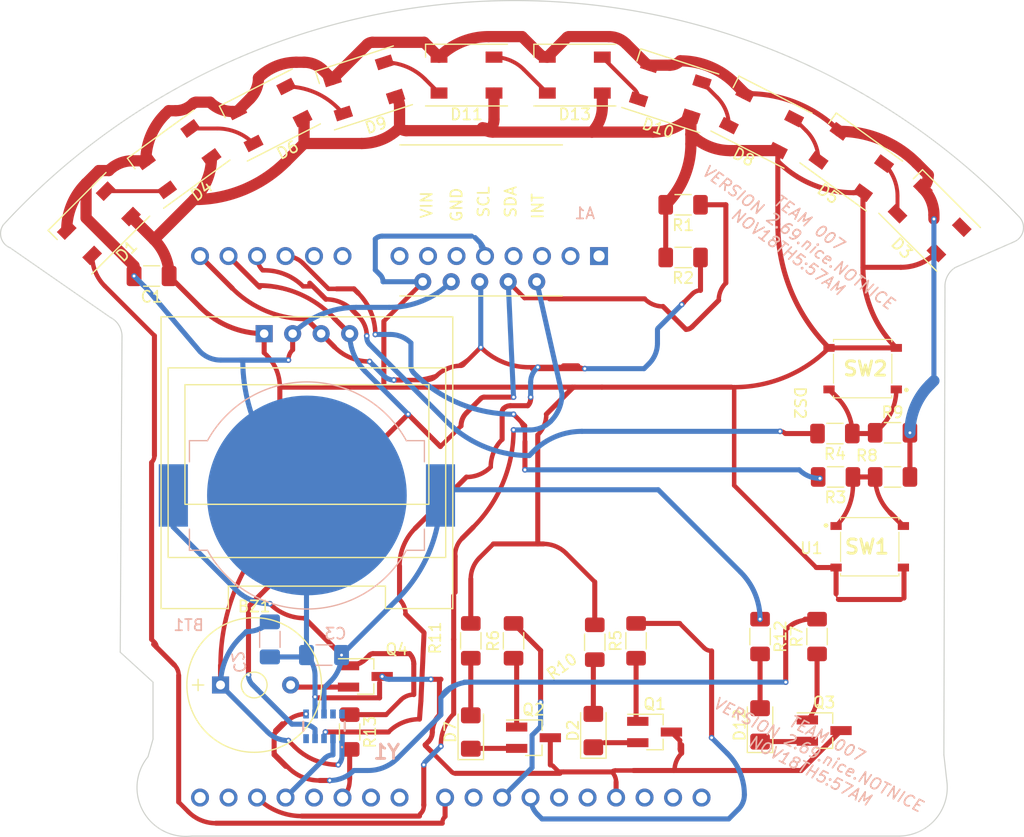
<source format=kicad_pcb>
(kicad_pcb (version 20211014) (generator pcbnew)
  (layers (0 "F.Cu" signal) (31 "B.Cu" signal) (34 "B.Paste" user) (35 "F.Paste" user) (36 "B.SilkS" user "B.Silkscreen") (37 "F.SilkS" user "F.Silkscreen") (38 "B.Mask" user) (39 "F.Mask" user) (44 "Edge.Cuts" user))
  (net 0 "")
  (net 4 "GSTR_INT")
  (net 6 "RTC_INT1")
  (net 10 "VDD")
  (net 15 "LED_CNTRL")
  (net 17 "BZR")
  (net 19 "PRG_IND")
  (net 21 "PWR_IND")
  (net 22 "ENTER")
  (net 24 "SELECT")
  (net 26 "Net-(A1-Pad13)")
  (net 27 "GND")
  (net 28 "Net-(A1-Pad14)")
  (net 32 "V_CR3023")
  (net 33 "Net-(BZ1-Pad2)")
  (net 34 "Net-(D1-Pad4)")
  (net 35 "Net-(D2-Pad1)")
  (net 36 "Net-(D2-Pad2)")
  (net 37 "Net-(D3-Pad2)")
  (net 39 "Net-(D4-Pad4)")
  (net 40 "Net-(D5-Pad2)")
  (net 41 "Net-(D6-Pad4)")
  (net 42 "Net-(D7-Pad1)")
  (net 43 "Net-(D7-Pad2)")
  (net 44 "Net-(D10-Pad4)")
  (net 45 "Net-(D11-Pad2)")
  (net 46 "Net-(D10-Pad2)")
  (net 47 "Net-(D11-Pad4)")
  (net 48 "Net-(D12-Pad1)")
  (net 49 "Net-(D12-Pad2)")
  (net 50 "Net-(Q1-Pad1)")
  (net 51 "Net-(Q2-Pad1)")
  (net 52 "Net-(Q3-Pad1)")
  (net 53 "Net-(Q4-Pad1)")
  (net 54 "Net-(R3-Pad1)")
  (net 55 "Net-(R4-Pad1)")
  (net 56 "BUP_IND")
  (footprint "LED_SMD:LED_1206_3216Metric_Pad1.42x1.75mm_HandSolder" (layer "F.Cu") (at 140.462 92.583 90)
    (fp_text reference "D12")
    (fp_text value "LED_BCK_UP_IND")
  )
  (footprint "LED_SMD:LED_SK6812_PLCC4_5.0x5.0mm_P3.2mm" (layer "F.Cu") (at 105.156 35.814 -162)
    (fp_text reference "D9")
    (fp_text value "SK6812")
  )
  (footprint "Capacitor_SMD:C_1206_3216Metric_Pad1.33x1.80mm_HandSolder" (layer "F.Cu") (at 86.233 52.578 180)
    (fp_text reference "C1")
    (fp_text value "10m")
  )
  (footprint "Resistor_SMD:R_1206_3216Metric_Pad1.30x1.75mm_HandSolder" (layer "F.Cu") (at 133.604 46.228 180)
    (fp_text reference "R1")
    (fp_text value "4.7k")
  )
  (footprint "Resistor_SMD:R_1206_3216Metric_Pad1.30x1.75mm_HandSolder" (layer "F.Cu") (at 145.542 84.709 90)
    (fp_text reference "R7")
    (fp_text value "110")
  )
  (footprint "SamacSys_Parts:PTS526SK15SMTR2LFS" (layer "F.Cu") (at 149.605999 60.833001 180)
    (fp_text reference "SW2")
    (fp_text value "SW_Push_SEL" hide)
  )
  (footprint "Resistor_SMD:R_1206_3216Metric_Pad1.30x1.75mm_HandSolder" (layer "F.Cu") (at 118.491 85.09 90)
    (fp_text reference "R6")
    (fp_text value "1k")
  )
  (footprint "Resistor_SMD:R_1206_3216Metric_Pad1.30x1.75mm_HandSolder" (layer "F.Cu") (at 114.681 85.09 -90)
    (fp_text reference "R11")
    (fp_text value "1k")
  )
  (footprint "Resistor_SMD:R_1206_3216Metric_Pad1.30x1.75mm_HandSolder" (layer "F.Cu") (at 140.462 84.709 -90)
    (fp_text reference "R12")
    (fp_text value "170")
  )
  (footprint "Resistor_SMD:R_1206_3216Metric_Pad1.30x1.75mm_HandSolder" (layer "F.Cu") (at 125.73 85.217 -90)
    (fp_text reference "R10")
    (fp_text value "1k")
  )
  (footprint "Package_TO_SOT_SMD:SOT-23_Handsoldering" (layer "F.Cu") (at 105.283 88.265)
    (fp_text reference "Q4")
    (fp_text value "Q_NPN_BCE")
  )
  (footprint "LED_SMD:LED_SK6812_PLCC4_5.0x5.0mm_P3.2mm" (layer "F.Cu") (at 123.952 34.671 180)
    (fp_text reference "D13")
    (fp_text value "SK6812")
  )
  (footprint "Resistor_SMD:R_1206_3216Metric_Pad1.30x1.75mm_HandSolder" (layer "F.Cu") (at 103.886 93.218 -90)
    (fp_text reference "R13")
    (fp_text value "1k")
  )
  (footprint "Package_TO_SOT_SMD:SOT-23_Handsoldering" (layer "F.Cu") (at 120.269 93.726)
    (fp_text reference "Q2")
    (fp_text value "Q_NPN_BCE")
  )
  (footprint "LED_SMD:LED_SK6812_PLCC4_5.0x5.0mm_P3.2mm" (layer "F.Cu") (at 88.646 42.164 -144)
    (fp_text reference "D4")
    (fp_text value "SK6812")
  )
  (footprint "LED_SMD:LED_SK6812_PLCC4_5.0x5.0mm_P3.2mm" (layer "F.Cu") (at 81.534 47.879 -135)
    (fp_text reference "D1")
    (fp_text value "SK6812")
  )
  (footprint "Resistor_SMD:R_1206_3216Metric_Pad1.30x1.75mm_HandSolder" (layer "F.Cu") (at 147.189 70.485003 180)
    (fp_text reference "R3")
    (fp_text value "220")
  )
  (footprint "LED_SMD:LED_SK6812_PLCC4_5.0x5.0mm_P3.2mm" (layer "F.Cu") (at 114.3 34.671 180)
    (fp_text reference "D11")
    (fp_text value "SK6812")
  )
  (footprint "Resistor_SMD:R_1206_3216Metric_Pad1.30x1.75mm_HandSolder" (layer "F.Cu") (at 152.269 66.548002)
    (fp_text reference "R9")
    (fp_text value "10k")
  )
  (footprint "LED_SMD:LED_SK6812_PLCC4_5.0x5.0mm_P3.2mm" (layer "F.Cu") (at 96.774 38.227 -153)
    (fp_text reference "D6")
    (fp_text value "SK6812")
  )
  (footprint "Resistor_SMD:R_1206_3216Metric_Pad1.30x1.75mm_HandSolder" (layer "F.Cu") (at 129.413 85.09 90)
    (fp_text reference "R5")
    (fp_text value "1k")
  )
  (footprint "LED_SMD:LED_SK6812_PLCC4_5.0x5.0mm_P3.2mm" (layer "F.Cu") (at 132.461 36.068 162)
    (fp_text reference "D10")
    (fp_text value "SK6812")
  )
  (footprint "LED_SMD:LED_SK6812_PLCC4_5.0x5.0mm_P3.2mm" (layer "F.Cu") (at 148.59 42.418 144)
    (fp_text reference "D5")
    (fp_text value "SK6812")
  )
  (footprint "Resistor_SMD:R_1206_3216Metric_Pad1.30x1.75mm_HandSolder" (layer "F.Cu") (at 152.269001 70.485003)
    (fp_text reference "R8")
    (fp_text value "10k")
  )
  (footprint "LED_SMD:LED_1206_3216Metric_Pad1.42x1.75mm_HandSolder" (layer "F.Cu") (at 125.603 93.091 90)
    (fp_text reference "D2")
    (fp_text value "LED_PWR")
  )
  (footprint "kicad-footprints-master:Display_OLED_128x64_0.96" (layer "F.Cu") (at 96.266 57.715)
    (fp_text reference "DS2")
    (fp_text value "OLED_LCD_IIC_MM")
  )
  (footprint "LED_SMD:LED_SK6812_PLCC4_5.0x5.0mm_P3.2mm" (layer "F.Cu") (at 155.575 47.625 135)
    (fp_text reference "D3")
    (fp_text value "SK6812")
  )
  (footprint "Resistor_SMD:R_1206_3216Metric_Pad1.30x1.75mm_HandSolder" (layer "F.Cu") (at 147.132002 66.617003 180)
    (fp_text reference "R4")
    (fp_text value "220")
  )
  (footprint "Resistor_SMD:R_1206_3216Metric_Pad1.30x1.75mm_HandSolder" (layer "F.Cu") (at 133.604 50.927 180)
    (fp_text reference "R2")
    (fp_text value "4.7k")
  )
  (footprint "LED_SMD:LED_SK6812_PLCC4_5.0x5.0mm_P3.2mm" (layer "F.Cu") (at 140.589 38.862 153)
    (fp_text reference "D8")
    (fp_text value "SK6812")
  )
  (footprint "LED_SMD:LED_1206_3216Metric_Pad1.42x1.75mm_HandSolder" (layer "F.Cu") (at 114.681 93.218 90)
    (fp_text reference "D7")
    (fp_text value "LED_PRGRM")
  )
  (footprint "Package_TO_SOT_SMD:SOT-23_Handsoldering" (layer "F.Cu") (at 146.177 93.091)
    (fp_text reference "Q3")
    (fp_text value "Q_NPN_BCE")
  )
  (footprint "usini_sensors:module_paj7620" (layer "F.Cu") (at 123.095 53.086 90)
    (fp_text reference "U1")
    (fp_text value "module_paj7620")
  )
  (footprint "SamacSys_Parts:Buzzer_12x8.5RM6.5" (layer "F.Cu") (at 92.377 89.027)
    (fp_text reference "BZ1")
    (fp_text value "Buzzer")
  )
  (footprint "Package_TO_SOT_SMD:SOT-23_Handsoldering" (layer "F.Cu") (at 131.064 93.218)
    (fp_text reference "Q1")
    (fp_text value "Q_NPN_BCE")
  )
  (footprint "SamacSys_Parts:PTS526SK15SMTR2LFS" (layer "F.Cu") (at 150.237 76.708)
    (fp_text reference "SW1")
    (fp_text value "SW_Push_SEL" hide)
  )
  (footprint "Capacitor_SMD:C_1206_3216Metric_Pad1.33x1.80mm_HandSolder" (layer "B.Cu") (at 96.774 84.963 -90)
    (fp_text reference "C2")
    (fp_text value "100n")
  )
  (footprint "Capacitor_SMD:C_1206_3216Metric_Pad1.33x1.80mm_HandSolder" (layer "B.Cu") (at 101.6 86.36)
    (fp_text reference "C3")
    (fp_text value "100n")
  )
  (footprint "Battery:BatteryHolder_MPD_BC2003_1x2032" (layer "B.Cu") (at 100.076 72.136)
    (fp_text reference "BT1")
    (fp_text value "Battery_Cell")
  )
  (footprint "SamacSys_Parts:ABRTCMC32768kHzB5ZES3T" (layer "B.Cu") (at 101.6 92.71 180)
    (fp_text reference "Y1")
    (fp_text value "AB-RTCMC-32.768kHz-B5ZE-S3-T" hide)
  )
  (footprint "Module:Arduino_UNO_R3" (layer "B.Cu") (at 126.111 50.8 180)
    (fp_text reference "A1")
    (fp_text value "Arduino_UNO_R3")
  )
  (gr_arc (start 89.789 102.488999) (mid 85.469848 100.263435) (end 85.91045 95.424626) (layer "Edge.Cuts") (width 0.1))
  (gr_line (start 156.942594 53.594) (end 156.845 95.25) (layer "Edge.Cuts") (width 0.1))
  (gr_line (start 82.55 56.261) (end 73.613104 50.05549) (layer "Edge.Cuts") (width 0.1))
  (gr_line (start 156.845 95.25) (end 157.099 97.536) (layer "Edge.Cuts") (width 0.1))
  (gr_line (start 152.908 102.489) (end 89.789 102.488999) (layer "Edge.Cuts") (width 0.1))
  (gr_line (start 86.36 88.773) (end 86.36 93.853) (layer "Edge.Cuts") (width 0.1))
  (gr_line (start 83.595406 58.039) (end 83.439 86.106) (layer "Edge.Cuts") (width 0.1))
  (gr_arc (start 157.099 97.536) (mid 156.121741 100.958703) (end 152.908 102.489) (layer "Edge.Cuts") (width 0.1))
  (gr_arc (start 73.025 48.006) (mid 118.119018 28.030243) (end 163.528644 47.277769) (layer "Edge.Cuts") (width 0.1))
  (gr_line (start 86.36 93.853) (end 85.91045 95.424626) (layer "Edge.Cuts") (width 0.1))
  (gr_arc (start 163.528644 47.277769) (mid 163.912295 48.532665) (end 163.072337 49.540843) (layer "Edge.Cuts") (width 0.1))
  (gr_arc (start 156.942594 53.594) (mid 157.161684 52.580972) (end 157.861 51.816) (layer "Edge.Cuts") (width 0.1))
  (gr_line (start 163.072337 49.540843) (end 157.861 51.816) (layer "Edge.Cuts") (width 0.1))
  (gr_line (start 83.439 86.106) (end 86.36 88.773) (layer "Edge.Cuts") (width 0.1))
  (gr_arc (start 82.55 56.261) (mid 83.335874 56.995264) (end 83.595406 58.039) (layer "Edge.Cuts") (width 0.1))
  (gr_arc (start 73.613104 50.05549) (mid 72.825552 49.172356) (end 73.025 48.006) (layer "Edge.Cuts") (width 0.1))
  (gr_text "TEAM 007\nVERSION 2.69.nice.NOTNICE\nNOV18TH5:57AM" (at 143.891 49.149 -36) (layer "B.SilkS") (effects (font (size 1 1) (thickness 0.15) italic)))
  (gr_text "TEAM 007\nVERSION 2.69.nice.NOTNICE\nNOV18TH5:57AM" (at 145.669 95.25 -27) (layer "B.SilkS") (effects (font (size 1 1) (thickness 0.15) italic)))
  (segment (start 113.284 77.597) (end 113.284 77.479025) (width 0.45) (layer "F.Cu") (net 4))
  (segment (start 113.157 91.601554) (end 113.157 84.963) (width 0.45) (layer "F.Cu") (net 4))
  (segment (start 110.236 100.457) (end 110.198803 100.494197) (width 0.4) (layer "F.Cu") (net 4))
  (segment (start 113.284 80.772) (end 113.284 77.597) (width 0.45) (layer "F.Cu") (net 4))
  (segment (start 113.919 75.946) (end 114.898929 74.966072) (width 0.45) (layer "F.Cu") (net 4))
  (segment (start 112.014 94.488) (end 112.014 94.361) (width 0.4) (layer "F.Cu") (net 4))
  (segment (start 110.109 100.711) (end 99.616866 100.711) (width 0.45) (layer "F.Cu") (net 4))
  (segment (start 110.49 99.695) (end 110.49 99.84379) (width 0.4) (layer "F.Cu") (net 4))
  (segment (start 118.491 66.294) (end 118.491 66.294046) (width 0.4) (layer "F.Cu") (net 4))
  (segment (start 113.157 84.963) (end 113.157 81.078605) (width 0.45) (layer "F.Cu") (net 4))
  (segment (start 110.49 96.139) (end 110.49 99.695) (width 0.45) (layer "F.Cu") (net 4))
  (segment (start 110.49 99.695) (end 110.49 99.791185) (width 0.45) (layer "F.Cu") (net 4))
  (via (at 112.014 94.488) (size 0.508) (drill 0.254) (layers "F.Cu" "B.Cu") (net 4))
  (via (at 110.49 96.139) (size 0.508) (drill 0.254) (layers "F.Cu" "B.Cu") (net 4))
  (via (at 118.491 66.294) (size 0.508) (drill 0.254) (layers "F.Cu" "B.Cu") (net 4))
  (arc (start 113.157 81.078605) (mid 113.190006 80.912671) (end 113.284 80.772) (width 0.1524) (layer "F.Cu") (net 4))
  (arc (start 118.491 66.294046) (mid 117.557451 70.987312) (end 114.898929 74.966072) (width 0.4) (layer "F.Cu") (net 4))
  (arc (start 110.198803 100.494197) (mid 110.132339 100.593666) (end 110.109 100.711) (width 0.4) (layer "F.Cu") (net 4))
  (arc (start 110.49 99.84379) (mid 110.423988 100.175656) (end 110.236 100.457) (width 0.4) (layer "F.Cu") (net 4))
  (arc (start 112.014 94.361) (mid 112.311056 92.867599) (end 113.157 91.601554) (width 0.4) (layer "F.Cu") (net 4))
  (arc (start 110.49 99.791185) (mid 110.390981 100.288985) (end 110.109 100.711) (width 0.1524) (layer "F.Cu") (net 4))
  (arc (start 113.284 77.479025) (mid 113.449031 76.649358) (end 113.919 75.946) (width 0.4) (layer "F.Cu") (net 4))
  (arc (start 99.616866 100.711) (mid 97.459731 100.281919) (end 95.631 99.06) (width 0.4) (layer "F.Cu") (net 4))
  (segment (start 119.95337 66.294) (end 118.491 66.294) (width 0.45) (layer "B.Cu") (net 4))
  (segment (start 112.014 94.488) (end 110.579803 95.922197) (width 0.45) (layer "B.Cu") (net 4))
  (segment (start 120.555 53.086) (end 122.809 63.07916) (width 0.45) (layer "B.Cu") (net 4))
  (arc (start 121.793 65.532) (mid 120.948971 66.095962) (end 119.95337 66.294) (width 0.45) (layer "B.Cu") (net 4))
  (arc (start 110.579803 95.922197) (mid 110.513339 96.021666) (end 110.49 96.139) (width 0.1524) (layer "B.Cu") (net 4))
  (arc (start 122.809 63.07916) (mid 122.54495 64.406627) (end 121.793 65.532) (width 0.45) (layer "B.Cu") (net 4))
  (segment (start 102.4 95.254445) (end 102.4 93.81) (width 0.45) (layer "B.Cu") (net 6))
  (segment (start 101.677134 95.553866) (end 98.171 99.06) (width 0.45) (layer "B.Cu") (net 6))
  (arc (start 102.4 95.254445) (mid 102.008788 95.332262) (end 101.677134 95.553866) (width 0.45) (layer "B.Cu") (net 6))
  (segment (start 116.75 38.614859) (end 116.75 36.271) (width 1) (layer "F.Cu") (net 10))
  (segment (start 86.450355 49.330531) (end 84.397782 47.277959) (width 1) (layer "F.Cu") (net 10))
  (segment (start 147.237 78.558) (end 145.470848 78.558) (width 0.45) (layer "F.Cu") (net 10))
  (segment (start 98.967554 94.522554) (end 98.425 93.98) (width 0.4) (layer "F.Cu") (net 10))
  (segment (start 116.69121 76.454) (end 115.46479 77.68042) (width 0.4) (layer "F.Cu") (net 10))
  (segment (start 138.15384 62.484) (end 137.922 62.484) (width 0.4) (layer "F.Cu") (net 10))
  (segment (start 97.663 74.512898) (end 97.663 62.484) (width 0.45) (layer "F.Cu") (net 10))
  (segment (start 123.735198 62.573803) (end 121.412 64.897) (width 0.45) (layer "F.Cu") (net 10))
  (segment (start 98.22513 42.36387) (end 99.822 40.767) (width 1) (layer "F.Cu") (net 10))
  (segment (start 121.158 76.454) (end 120.65 76.454) (width 0.45) (layer "F.Cu") (net 10))
  (segment (start 152.982395 81.407) (end 147.447 81.407) (width 0.45) (layer "F.Cu") (net 10))
  (segment (start 114.681 79.572656) (end 114.681 83.54) (width 0.45) (layer "F.Cu") (net 10))
  (segment (start 142.045581 41.399887) (end 137.803422 41.399887) (width 1) (layer "F.Cu") (net 10))
  (segment (start 134.296661 39.947339) (end 134.296661 40.813738) (width 1) (layer "F.Cu") (net 10))
  (segment (start 92.377 87.27443) (end 92.377 89.027) (width 0.45) (layer "F.Cu") (net 10))
  (segment (start 125.73 79.83942) (end 123.183619 77.293039) (width 0.4) (layer "F.Cu") (net 10))
  (segment (start 97.663 62.484) (end 106.934 62.484) (width 0.45) (layer "F.Cu") (net 10))
  (segment (start 138.15384 71.240992) (end 138.15384 62.484) (width 0.4) (layer "F.Cu") (net 10))
  (segment (start 153.289 78.683539) (end 153.289 81.28) (width 0.45) (layer "F.Cu") (net 10))
  (segment (start 147.237 80.900016) (end 147.237 78.558) (width 0.45) (layer "F.Cu") (net 10))
  (segment (start 99.822 40.767) (end 104.958344 40.767) (width 1) (layer "F.Cu") (net 10))
  (segment (start 145.470848 78.558) (end 138.15384 71.240992) (width 0.4) (layer "F.Cu") (net 10))
  (segment (start 96.266 59.417949) (end 96.266 57.715) (width 0.45) (layer "F.Cu") (net 10))
  (segment (start 120.65 66.73663) (end 120.65 76.454) (width 0.45) (layer "F.Cu") (net 10))
  (segment (start 125.73 79.83942) (end 125.73 83.667) (width 0.45) (layer "F.Cu") (net 10))
  (segment (start 149.631635 45.152501) (end 148.791091 45.152501) (width 0.45) (layer "F.Cu") (net 10))
  (segment (start 142.045581 42.358419) (end 142.045581 47.973179) (width 0.45) (layer "F.Cu") (net 10))
  (segment (start 125.476 39.751) (end 116.638605 39.751) (width 1) (layer "F.Cu") (net 10))
  (segment (start 126.365 62.484) (end 137.922 62.484) (width 0.45) (layer "F.Cu") (net 10))
  (segment (start 153.005044 51.802252) (end 149.631635 51.802252) (width 0.45) (layer "F.Cu") (net 10))
  (segment (start 134.296661 38.346782) (end 134.296661 39.947339) (width 1) (layer "F.Cu") (net 10))
  (segment (start 123.952 62.484) (end 126.365 62.484) (width 0.45) (layer "F.Cu") (net 10))
  (segment (start 106.934 56.607446) (end 106.934 62.484) (width 0.45) (layer "F.Cu") (net 10))
  (segment (start 132.054 46.228) (end 132.054 50.927) (width 0.45) (layer "F.Cu") (net 10))
  (segment (start 123.74158 62.484) (end 123.952 62.484) (width 0.45) (layer "F.Cu") (net 10))
  (segment (start 99.822 40.767) (end 99.822 38.875062) (width 1) (layer "F.Cu") (net 10))
  (segment (start 87.7955 52.578) (end 90.575359 55.357859) (width 0.45) (layer "F.Cu") (net 10))
  (segment (start 116.332 39.624) (end 108.94421 39.624) (width 1) (layer "F.Cu") (net 10))
  (segment (start 110.352258 53.189188) (end 106.934 56.607446) (width 0.4) (layer "F.Cu") (net 10))
  (segment (start 142.045581 41.399887) (end 142.045581 42.358419) (width 0.45) (layer "F.Cu") (net 10))
  (segment (start 126.402 36.271) (end 126.402 37.515439) (width 1) (layer "F.Cu") (net 10))
  (segment (start 96.482803 59.634751) (end 96.266 59.417949) (width 0.4) (layer "F.Cu") (net 10))
  (segment (start 108.331 39.37) (end 108.331 37.424742) (width 1) (layer "F.Cu") (net 10))
  (segment (start 86.450355 49.330531) (end 90.017166 45.76372) (width 1) (layer "F.Cu") (net 10))
  (segment (start 146.605999 58.983001) (end 152.605999 58.983001) (width 0.45) (layer "F.Cu") (net 10))
  (segment (start 149.631635 45.152501) (end 149.631635 51.802252) (width 0.45) (layer "F.Cu") (net 10))
  (segment (start 125.476 39.751) (end 130.906579 39.751) (width 1) (layer "F.Cu") (net 10))
  (segment (start 106.934 62.484) (end 123.74158 62.484) (width 0.45) (layer "F.Cu") (net 10))
  (segment (start 120.65 76.454) (end 116.69121 76.454) (width 0.45) (layer "F.Cu") (net 10))
  (via (at 98.425 93.98) (size 0.508) (drill 0.254) (layers "F.Cu" "B.Cu") (net 10))
  (via (at 102.87 96.139) (size 0.508) (drill 0.254) (layers "F.Cu" "B.Cu") (net 10))
  (arc (start 115.71879 39.37) (mid 116.050656 39.436012) (end 116.332 39.624) (width 1) (layer "F.Cu") (net 10))
  (arc (start 147.447 81.407) (mid 147.291578 81.174395) (end 147.237 80.900016) (width 0.1524) (layer "F.Cu") (net 10))
  (arc (start 97.663 62.484) (mid 97.356277 60.941998) (end 96.482803 59.634751) (width 0.4) (layer "F.Cu") (net 10))
  (arc (start 87.7955 52.578) (mid 87.445908 50.820483) (end 86.450355 49.330531) (width 1) (layer "F.Cu") (net 10))
  (arc (start 148.791091 45.152501) (mid 145.140448 44.426343) (end 142.045581 42.358419) (width 0.45) (layer "F.Cu") (net 10))
  (arc (start 90.575359 55.357859) (mid 93.186246 57.102399) (end 96.266 57.715) (width 0.45) (layer "F.Cu") (net 10))
  (arc (start 156.176041 50.488782) (mid 154.721176 51.460892) (end 153.005044 51.802252) (width 0.45) (layer "F.Cu") (net 10))
  (arc (start 153.289 81.28) (mid 153.148329 81.373993) (end 152.982395 81.407) (width 0.1524) (layer "F.Cu") (net 10))
  (arc (start 142.045581 47.973179) (mid 143.230794 53.931651) (end 146.605999 58.983001) (width 0.45) (layer "F.Cu") (net 10))
  (arc (start 108.331 37.424742) (mid 108.239913 36.966813) (end 107.980516 36.578599) (width 1) (layer "F.Cu") (net 10))
  (arc (start 116.638605 39.751) (mid 116.140805 39.651981) (end 115.71879 39.37) (width 1) (layer "F.Cu") (net 10))
  (arc (start 115.46479 77.68042) (mid 114.8847 78.548584) (end 114.681 79.572656) (width 0.4) (layer "F.Cu") (net 10))
  (arc (start 134.296661 40.813738) (mid 133.713813 43.743915) (end 132.054 46.228) (width 1) (layer "F.Cu") (net 10))
  (arc (start 126.733633 37.071632) (mid 126.647445 36.638334) (end 126.402 36.271) (width 0.1524) (layer "F.Cu") (net 10))
  (arc (start 92.377 87.27443) (mid 93.750786 80.367939) (end 97.663 74.512898) (width 0.4) (layer "F.Cu") (net 10))
  (arc (start 130.906579 39.751) (mid 132.741278 39.386056) (end 134.296661 38.346782) (width 1) (layer "F.Cu") (net 10))
  (arc (start 90.017166 45.76372) (mid 91.165357 44.045331) (end 91.568548 42.018353) (width 1) (layer "F.Cu") (net 10))
  (arc (start 99.822 38.875062) (mid 99.785967 38.693909) (end 99.683351 38.540334) (width 1) (layer "F.Cu") (net 10))
  (arc (start 126.402 37.515439) (mid 126.161341 38.725315) (end 125.476 39.751) (width 1) (layer "F.Cu") (net 10))
  (arc (start 146.605999 58.983001) (mid 142.728116 61.57412) (end 138.15384 62.484) (width 0.4) (layer "F.Cu") (net 10))
  (arc (start 90.017166 45.76372) (mid 94.459284 44.880128) (end 98.22513 42.36387) (width 1) (layer "F.Cu") (net 10))
  (arc (start 123.183619 77.293039) (mid 122.254257 76.672059) (end 121.158 76.454) (width 0.4) (layer "F.Cu") (net 10))
  (arc (start 104.958344 40.767) (mid 106.783612 40.403932) (end 108.331 39.37) (width 1) (layer "F.Cu") (net 10))
  (arc (start 116.332 39.624) (mid 116.641365 39.161003) (end 116.75 38.614859) (width 1) (layer "F.Cu") (net 10))
  (arc (start 108.94421 39.624) (mid 108.612344 39.557988) (end 108.331 39.37) (width 1) (layer "F.Cu") (net 10))
  (arc (start 121.412 64.897) (mid 121.213963 65.8926) (end 120.65 66.73663) (width 0.4) (layer "F.Cu") (net 10))
  (arc (start 149.631635 51.802252) (mid 150.404646 55.688445) (end 152.605999 58.983001) (width 0.45) (layer "F.Cu") (net 10))
  (arc (start 102.87 96.139) (mid 100.758011 95.718899) (end 98.967554 94.522554) (width 0.4) (layer "F.Cu") (net 10))
  (arc (start 137.803422 41.399887) (mid 135.905577 41.022382) (end 134.296661 39.947339) (width 1) (layer "F.Cu") (net 10))
  (arc (start 110.395 53.086) (mid 110.383892 53.141845) (end 110.352258 53.189188) (width 0.4) (layer "F.Cu") (net 10))
  (segment (start 106.859605 53.086) (end 110.395 53.086) (width 0.45) (layer "B.Cu") (net 10))
  (segment (start 115.412185 49.499184) (end 115.062 49.149) (width 0.45) (layer "B.Cu") (net 10))
  (segment (start 94.671698 84.271302) (end 94.11719 84.82581) (width 0.45) (layer "B.Cu") (net 10))
  (segment (start 115.412185 49.499184) (end 115.412185 49.499186) (width 0.45) (layer "B.Cu") (net 10))
  (segment (start 106.172 52.039185) (end 106.605605 52.47279) (width 0.45) (layer "B.Cu") (net 10))
  (segment (start 106.172 49.276) (end 106.172 52.039185) (width 0.45) (layer "B.Cu") (net 10))
  (segment (start 96.555718 93.205718) (end 92.377 89.027) (width 0.45) (layer "B.Cu") (net 10))
  (segment (start 103.2 93.81) (end 103.2 95.34231) (width 0.45) (layer "B.Cu") (net 10))
  (segment (start 114.755395 49.022) (end 106.78521 49.022) (width 0.45) (layer "B.Cu") (net 10))
  (segment (start 94.671699 84.271302) (end 94.671698 84.271302) (width 0.45) (layer "B.Cu") (net 10))
  (arc (start 92.377 89.027) (mid 92.82926 86.753333) (end 94.11719 84.82581) (width 0.45) (layer "B.Cu") (net 10))
  (arc (start 102.87 96.139) (mid 103.114236 95.773476) (end 103.2 95.34231) (width 0.45) (layer "B.Cu") (net 10))
  (arc (start 115.412185 49.499186) (mid 115.552218 50.203181) (end 115.951 50.8) (width 0.1524) (layer "B.Cu") (net 10))
  (arc (start 115.062 49.149) (mid 114.921329 49.055006) (end 114.755395 49.022) (width 0.1524) (layer "B.Cu") (net 10))
  (arc (start 98.425 93.98) (mid 97.413352 93.778771) (end 96.555718 93.205718) (width 0.45) (layer "B.Cu") (net 10))
  (arc (start 106.605605 52.47279) (mid 106.793592 52.754132) (end 106.859605 53.086) (width 0.45) (layer "B.Cu") (net 10))
  (arc (start 106.78521 49.022) (mid 106.453344 49.088012) (end 106.172 49.276) (width 0.45) (layer "B.Cu") (net 10))
  (arc (start 115.951 50.8) (mid 115.810966 50.096004) (end 115.412185 49.499184) (width 0.45) (layer "B.Cu") (net 10))
  (arc (start 96.774 83.4005) (mid 95.809456 84.044988) (end 94.671699 84.271302) (width 0.45) (layer "B.Cu") (net 10))
  (segment (start 89.51321 100.33) (end 88.646 99.46279) (width 0.4) (layer "F.Cu") (net 15))
  (segment (start 86.497895 85.227895) (end 86.233 84.963) (width 0.4) (layer "F.Cu") (net 15))
  (segment (start 88.646 99.46279) (end 88.646 88.168815) (width 0.45) (layer "F.Cu") (net 15))
  (segment (start 88.265 87.249) (end 86.6775 85.6615) (width 0.45) (layer "F.Cu") (net 15))
  (segment (start 86.6775 85.6615) (end 86.412606 85.396606) (width 0.45) (layer "F.Cu") (net 15))
  (segment (start 86.487 68.58) (end 86.487 57.899235) (width 0.45) (layer "F.Cu") (net 15))
  (segment (start 112.141 101.346) (end 91.966051 101.346) (width 0.45) (layer "F.Cu") (net 15))
  (segment (start 82.066035 53.478271) (end 86.487 57.899235) (width 0.4) (layer "F.Cu") (net 15))
  (segment (start 86.233 84.963) (end 86.233 69.19321) (width 0.45) (layer "F.Cu") (net 15))
  (segment (start 112.391 99.06) (end 112.391 100.742447) (width 0.45) (layer "F.Cu") (net 15))
  (arc (start 86.6775 85.6615) (mid 86.630822 85.426835) (end 86.497895 85.227895) (width 0.4) (layer "F.Cu") (net 15))
  (arc (start 80.932959 50.742782) (mid 81.227436 52.223218) (end 82.066035 53.478271) (width 0.4) (layer "F.Cu") (net 15))
  (arc (start 112.141 101.346) (mid 112.205973 101.01936) (end 112.391 100.742447) (width 0.4) (layer "F.Cu") (net 15))
  (arc (start 88.646 88.168815) (mid 88.546982 87.671015) (end 88.265 87.249) (width 0.4) (layer "F.Cu") (net 15))
  (arc (start 86.487 68.58) (mid 86.420988 68.911866) (end 86.233 69.19321) (width 0.4) (layer "F.Cu") (net 15))
  (arc (start 86.412606 85.396606) (mid 86.279679 85.197667) (end 86.233 84.963) (width 0.1524) (layer "F.Cu") (net 15))
  (arc (start 91.966051 101.346) (mid 90.638583 101.08195) (end 89.51321 100.33) (width 0.4) (layer "F.Cu") (net 15))
  (segment (start 103.886 94.768) (end 103.886 97.409) (width 0.45) (layer "F.Cu") (net 17))
  (segment (start 103.886 97.409) (end 103.886 97.526975) (width 0.4) (layer "F.Cu") (net 17))
  (arc (start 103.886 97.526975) (mid 103.720969 98.356642) (end 103.251 99.06) (width 0.4) (layer "F.Cu") (net 17))
  (segment (start 118.491 83.54) (end 120.904 85.953) (width 0.45) (layer "F.Cu") (net 19))
  (segment (start 120.904 85.953) (end 120.904 90.551) (width 0.45) (layer "F.Cu") (net 19))
  (via (at 120.904 90.551) (size 0.508) (drill 0.254) (layers "F.Cu" "B.Cu") (net 19))
  (segment (start 120.142 93.502815) (end 120.761795 92.883021) (width 0.45) (layer "B.Cu") (net 19))
  (segment (start 120.142 93.502815) (end 120.142 96.393) (width 0.45) (layer "B.Cu") (net 19))
  (segment (start 120.904 90.551) (end 120.904 91.663185) (width 0.45) (layer "B.Cu") (net 19))
  (segment (start 120.904 91.663185) (end 120.904 92.539708) (width 0.45) (layer "B.Cu") (net 19))
  (segment (start 120.142 96.393) (end 117.477829 99.057171) (width 0.45) (layer "B.Cu") (net 19))
  (arc (start 117.477829 99.057171) (mid 117.474697 99.059264) (end 117.471 99.06) (width 0.1524) (layer "B.Cu") (net 19))
  (arc (start 120.904 92.539708) (mid 120.867042 92.725508) (end 120.761795 92.883021) (width 0.45) (layer "B.Cu") (net 19))
  (segment (start 135.46802 85.708025) (end 133.299995 83.54) (width 0.4) (layer "F.Cu") (net 21))
  (segment (start 136.144 85.988025) (end 136.144 93.726) (width 0.45) (layer "F.Cu") (net 21))
  (segment (start 129.413 83.54) (end 133.299995 83.54) (width 0.45) (layer "F.Cu") (net 21))
  (via (at 136.144 93.726) (size 0.508) (drill 0.254) (layers "F.Cu" "B.Cu") (net 21))
  (arc (start 136.144 85.988025) (mid 135.778162 85.915255) (end 135.46802 85.708025) (width 0.4) (layer "F.Cu") (net 21))
  (segment (start 137.538356 95.120357) (end 136.144 93.726) (width 0.45) (layer "B.Cu") (net 21))
  (segment (start 121.031 100.965) (end 120.63679 100.57079) (width 0.45) (layer "B.Cu") (net 21))
  (segment (start 137.668 100.965) (end 138.526184 100.106816) (width 0.45) (layer "B.Cu") (net 21))
  (segment (start 137.668 100.965) (end 121.031 100.965) (width 0.45) (layer "B.Cu") (net 21))
  (segment (start 136.144 93.726001) (end 136.144 93.726) (width 0.45) (layer "B.Cu") (net 21))
  (arc (start 139.065 98.806) (mid 138.668238 96.811344) (end 137.538356 95.120357) (width 0.45) (layer "B.Cu") (net 21))
  (arc (start 138.526184 100.106816) (mid 138.924966 99.509997) (end 139.065 98.806) (width 0.45) (layer "B.Cu") (net 21))
  (arc (start 120.63679 100.57079) (mid 120.173638 99.877634) (end 120.011 99.06) (width 0.45) (layer "B.Cu") (net 21))
  (segment (start 104.267 53.721) (end 104.645356 54.099356) (width 0.45) (layer "F.Cu") (net 22))
  (segment (start 102.730235 53.721) (end 102.002951 53.721) (width 0.4) (layer "F.Cu") (net 22))
  (segment (start 119.507 65.912999) (end 118.55804 64.964039) (width 0.4) (layer "F.Cu") (net 22))
  (segment (start 102.730235 53.721) (end 104.267 53.721) (width 0.45) (layer "F.Cu") (net 22))
  (segment (start 119.507 67.34984) (end 119.507 69.85) (width 0.45) (layer "F.Cu") (net 22))
  (segment (start 102.002951 53.721) (end 99.726091 51.44414) (width 0.4) (layer "F.Cu") (net 22))
  (segment (start 119.507 67.34984) (end 119.507 65.912999) (width 0.4) (layer "F.Cu") (net 22))
  (via (at 119.507 69.85) (size 0.508) (drill 0.254) (layers "F.Cu" "B.Cu") (net 22))
  (via (at 118.491 64.897) (size 0.508) (drill 0.254) (layers "F.Cu" "B.Cu") (net 22))
  (via (at 145.796 70.612) (size 0.508) (drill 0.254) (layers "F.Cu" "B.Cu") (net 22))
  (via (at 106.172 57.785) (size 0.508) (drill 0.254) (layers "F.Cu" "B.Cu") (net 22))
  (arc (start 99.726091 51.44414) (mid 99.01261 50.967407) (end 98.171 50.8) (width 0.4) (layer "F.Cu") (net 22))
  (arc (start 118.491 64.897) (mid 119.24295 66.022372) (end 119.507 67.34984) (width 0.1524) (layer "F.Cu") (net 22))
  (arc (start 106.172 57.785) (mid 105.775239 55.790344) (end 104.645356 54.099356) (width 0.4) (layer "F.Cu") (net 22))
  (segment (start 109.347 60.599242) (end 109.347 58.547) (width 0.45) (layer "B.Cu") (net 22))
  (segment (start 107.50737 57.785) (end 106.172 57.785) (width 0.45) (layer "B.Cu") (net 22))
  (segment (start 118.491 64.897) (end 118.490999 64.897) (width 0.45) (layer "B.Cu") (net 22))
  (segment (start 119.507 69.85) (end 143.95637 69.85) (width 0.45) (layer "B.Cu") (net 22))
  (arc (start 145.796 70.612) (mid 144.8004 70.413963) (end 143.95637 69.85) (width 0.45) (layer "B.Cu") (net 22))
  (arc (start 109.347 58.547) (mid 108.502971 57.983037) (end 107.50737 57.785) (width 0.45) (layer "B.Cu") (net 22))
  (arc (start 109.602095 61.215095) (mid 109.413297 60.93254) (end 109.347 60.599242) (width 0.45) (layer "B.Cu") (net 22))
  (arc (start 118.490999 64.897) (mid 113.680359 63.940104) (end 109.602095 61.215095) (width 0.45) (layer "B.Cu") (net 22))
  (segment (start 100.614813 53.497814) (end 99.736337 53.497814) (width 0.4) (layer "F.Cu") (net 24))
  (segment (start 96.28929 52.07) (end 96.139 52.07) (width 0.4) (layer "F.Cu") (net 24))
  (segment (start 104.69158 56.177579) (end 104.648 56.134) (width 0.4) (layer "F.Cu") (net 24))
  (segment (start 104.648 56.134) (end 104.155408 55.641408) (width 0.45) (layer "F.Cu") (net 24))
  (segment (start 95.631 50.84358) (end 95.631 50.8) (width 0.4) (layer "F.Cu") (net 24))
  (segment (start 101.770581 54.65358) (end 101.770579 54.65358) (width 0.4) (layer "F.Cu") (net 24))
  (segment (start 101.426777 54.309777) (end 100.33 53.213) (width 0.45) (layer "F.Cu") (net 24))
  (segment (start 145.582002 66.617003) (end 142.713193 66.617003) (width 0.45) (layer "F.Cu") (net 24))
  (segment (start 101.770579 54.65358) (end 101.426777 54.309777) (width 0.45) (layer "F.Cu") (net 24))
  (via (at 105.41 57.912) (size 0.508) (drill 0.254) (layers "F.Cu" "B.Cu") (net 24))
  (via (at 142.24 66.421) (size 0.508) (drill 0.254) (layers "F.Cu" "B.Cu") (net 24))
  (arc (start 96.139 52.07) (mid 95.763026 51.507315) (end 95.631 50.84358) (width 0.4) (layer "F.Cu") (net 24))
  (arc (start 142.24 66.421) (mid 142.49609 66.471939) (end 142.713193 66.617003) (width 0.4) (layer "F.Cu") (net 24))
  (arc (start 104.155408 55.641408) (mid 103.06124 54.910308) (end 101.770581 54.65358) (width 0.4) (layer "F.Cu") (net 24))
  (arc (start 99.736337 53.497814) (mid 98.154819 52.441077) (end 96.28929 52.07) (width 0.4) (layer "F.Cu") (net 24))
  (arc (start 105.41 57.912) (mid 105.223289 56.973338) (end 104.69158 56.177579) (width 0.4) (layer "F.Cu") (net 24))
  (segment (start 120.507593 67.960408) (end 119.888 68.58) (width 0.45) (layer "B.Cu") (net 24))
  (segment (start 105.664 58.674) (end 112.516713 65.526713) (width 0.45) (layer "B.Cu") (net 24))
  (segment (start 142.24 66.421) (end 124.587 66.421) (width 0.45) (layer "B.Cu") (net 24))
  (segment (start 120.25088 68.21712) (end 119.888 68.58) (width 0.45) (layer "B.Cu") (net 24))
  (segment (start 105.41 57.912) (end 105.41 58.06079) (width 0.45) (layer "B.Cu") (net 24))
  (arc (start 124.587 66.421) (mid 122.240355 66.887796) (end 120.25088 68.21712) (width 0.45) (layer "B.Cu") (net 24))
  (arc (start 112.516713 65.526713) (mid 115.898688 67.786477) (end 119.888 68.58) (width 0.45) (layer "B.Cu") (net 24))
  (arc (start 105.41 58.06079) (mid 105.476012 58.392656) (end 105.664 58.674) (width 0.45) (layer "B.Cu") (net 24))
  (segment (start 115.57 63.5) (end 114.296264 64.773736) (width 0.45) (layer "F.Cu") (net 26))
  (segment (start 101.308803 72.681198) (end 109.093 64.897) (width 0.45) (layer "F.Cu") (net 26))
  (segment (start 94.869 88.138) (end 94.869 82.221605) (width 0.45) (layer "F.Cu") (net 26))
  (segment (start 134.411103 57.104897) (end 136.779 54.737) (width 0.45) (layer "F.Cu") (net 26))
  (segment (start 93.091 50.8) (end 95.6945 53.4035) (width 0.45) (layer "F.Cu") (net 26))
  (segment (start 98.9965 77.9145) (end 99.243343 77.667657) (width 0.45) (layer "F.Cu") (net 26))
  (segment (start 111.974159 67.778159) (end 109.093 64.897) (width 0.45) (layer "F.Cu") (net 26))
  (segment (start 118.491 63.373) (end 115.876605 63.373) (width 0.45) (layer "F.Cu") (net 26))
  (segment (start 137.414 46.228) (end 137.414 53.203975) (width 0.45) (layer "F.Cu") (net 26))
  (segment (start 118.015 53.086) (end 119.47008 54.54108) (width 0.4) (layer "F.Cu") (net 26))
  (segment (start 113.813791 65.938528) (end 111.974159 67.778159) (width 0.4) (layer "F.Cu") (net 26))
  (segment (start 102.481498 56.310497) (end 103.886 57.715) (width 0.45) (layer "F.Cu") (net 26))
  (segment (start 130.175 54.61) (end 121.694261 54.61) (width 0.45) (layer "F.Cu") (net 26))
  (segment (start 135.154 46.228) (end 137.414 46.228) (width 0.45) (layer "F.Cu") (net 26))
  (segment (start 94.996 81.915) (end 98.9965 77.9145) (width 0.45) (layer "F.Cu") (net 26))
  (segment (start 119.47008 54.54108) (end 122.301 54.54108) (width 0.4) (layer "F.Cu") (net 26))
  (segment (start 95.6945 53.4035) (end 95.857923 53.566923) (width 0.45) (layer "F.Cu") (net 26))
  (segment (start 99.243345 77.667655) (end 98.9965 77.9145) (width 0.4) (layer "F.Cu") (net 26))
  (segment (start 102.481498 56.310497) (end 102.318076 56.147075) (width 0.4) (layer "F.Cu") (net 26))
  (segment (start 133.858 57.334) (end 131.812116 55.288116) (width 0.45) (layer "F.Cu") (net 26))
  (via (at 118.491 63.373) (size 0.508) (drill 0.254) (layers "F.Cu" "B.Cu") (net 26))
  (via (at 94.869 88.138) (size 0.508) (drill 0.254) (layers "F.Cu" "B.Cu") (net 26))
  (via (at 109.093 64.897) (size 0.508) (drill 0.254) (layers "F.Cu" "B.Cu") (net 26))
  (arc (start 136.779 54.737) (mid 136.944031 53.907333) (end 137.414 53.203975) (width 0.4) (layer "F.Cu") (net 26))
  (arc (start 114.296264 64.773736) (mid 113.939182 65.308146) (end 113.813791 65.938528) (width 0.45) (layer "F.Cu") (net 26))
  (arc (start 115.876605 63.373) (mid 115.710672 63.406006) (end 115.57 63.5) (width 0.45) (layer "F.Cu") (net 26))
  (arc (start 94.869 82.221605) (mid 94.902006 82.055672) (end 94.996 81.915) (width 0.1524) (layer "F.Cu") (net 26))
  (arc (start 134.411103 57.104897) (mid 134.157338 57.274458) (end 133.858 57.334) (width 0.45) (layer "F.Cu") (net 26))
  (arc (start 102.318076 56.147075) (mid 99.279154 54.116532) (end 95.6945 53.4035) (width 0.4) (layer "F.Cu") (net 26))
  (arc (start 131.812116 55.288116) (mid 130.926116 55.11188) (end 130.175 54.61) (width 0.4) (layer "F.Cu") (net 26))
  (arc (start 101.219 72.898) (mid 101.242339 72.780667) (end 101.308803 72.681198) (width 0.1524) (layer "F.Cu") (net 26))
  (arc (start 99.243343 77.667657) (mid 100.705543 75.479321) (end 101.219 72.898) (width 0.1524) (layer "F.Cu") (net 26))
  (arc (start 95.857923 53.566923) (mid 99.442576 54.279955) (end 102.481498 56.310497) (width 0.1524) (layer "F.Cu") (net 26))
  (arc (start 101.308803 72.681198) (mid 100.772008 75.379849) (end 99.243345 77.667655) (width 0.4) (layer "F.Cu") (net 26))
  (segment (start 95.6945 89.4715) (end 95.228211 89.005211) (width 0.45) (layer "B.Cu") (net 26))
  (segment (start 118.491 63.373) (end 118.015 53.086) (width 0.45) (layer "B.Cu") (net 26))
  (segment (start 100.8 93.81) (end 100.8 93.10447) (width 0.45) (layer "B.Cu") (net 26))
  (segment (start 98.7425 92.5195) (end 95.6945 89.4715) (width 0.45) (layer "B.Cu") (net 26))
  (segment (start 95.22821 89.00521) (end 95.6945 89.4715) (width 0.45) (layer "B.Cu") (net 26))
  (segment (start 109.093 64.897) (end 105.282536 61.086536) (width 0.45) (layer "B.Cu") (net 26))
  (segment (start 99.736539 92.5195) (end 98.7425 92.5195) (width 0.45) (layer "B.Cu") (net 26))
  (segment (start 100.8 93.81) (end 100.8 92.96) (width 0.45) (layer "B.Cu") (net 26))
  (arc (start 94.869 88.138) (mid 94.962356 88.607331) (end 95.22821 89.00521) (width 0.45) (layer "B.Cu") (net 26))
  (arc (start 100.8 92.96) (mid 100.312081 92.633982) (end 99.736539 92.5195) (width 0.45) (layer "B.Cu") (net 26))
  (arc (start 95.228211 89.005211) (mid 94.962356 88.607332) (end 94.869 88.138) (width 0.1524) (layer "B.Cu") (net 26))
  (arc (start 105.282536 61.086536) (mid 104.248948 59.539663) (end 103.886 57.715) (width 0.45) (layer "B.Cu") (net 26))
  (segment (start 154.414577 42.527577) (end 155.448 43.561) (width 1) (layer "F.Cu") (net 27))
  (segment (start 123.251097 31.321903) (end 121.502 33.071) (width 1) (layer "F.Cu") (net 27))
  (segment (start 91.44 37.084) (end 90.222605 37.084) (width 1) (layer "F.Cu") (net 27))
  (segment (start 98.806 57.715) (end 98.806 59.151185) (width 0.45) (layer "F.Cu") (net 27))
  (segment (start 111.887 91.694) (end 111.887 88.825605) (width 0.45) (layer "F.Cu") (net 27))
  (segment (start 110.647816 94.435395) (end 111.252 95.03958) (width 0.45) (layer "F.Cu") (net 27))
  (segment (start 127.631 97.684158) (end 127.631 99.06) (width 0.45) (layer "F.Cu") (net 27))
  (segment (start 110.529 31.75) (end 111.85 33.071) (width 1) (layer "F.Cu") (net 27))
  (segment (start 93.864649 37.913666) (end 93.44299 37.913666) (width 1) (layer "F.Cu") (net 27))
  (segment (start 133.477 95.113975) (end 133.477 94.361) (width 0.45) (layer "F.Cu") (net 27))
  (segment (start 80.392914 47.400414) (end 80.392914 44.321086) (width 1) (layer "F.Cu") (net 27))
  (segment (start 121.769 96.155454) (end 121.769 93.726) (width 0.45) (layer "F.Cu") (net 27))
  (segment (start 132.412759 33.789218) (end 130.625339 33.789218) (width 1) (layer "F.Cu") (net 27))
  (segment (start 94.983495 36.79482) (end 93.864649 37.913666) (width 1) (layer "F.Cu") (net 27))
  (segment (start 155.448 43.561) (end 155.448 43.616782) (width 1) (layer "F.Cu") (net 27))
  (segment (start 139.132419 36.324113) (end 139.43809 36.324113) (width 0.45) (layer "F.Cu") (net 27))
  (segment (start 106.553 88.820269) (end 106.553 90.17) (width 0.45) (layer "F.Cu") (net 27))
  (segment (start 126.990975 31.242) (end 123.444 31.242) (width 1) (layer "F.Cu") (net 27))
  (segment (start 84.6705 52.578) (end 84.6705 51.678) (width 1) (layer "F.Cu") (net 27))
  (segment (start 133.314365 93.968366) (end 132.564 93.218) (width 0.45) (layer "F.Cu") (net 27))
  (segment (start 144.121 96.647) (end 132.715 96.647) (width 0.45) (layer "F.Cu") (net 27))
  (segment (start 133.314365 93.968366) (end 133.314365 94.72134) (width 0.4) (layer "F.Cu") (net 27))
  (segment (start 112.98642 96.774) (end 111.252 95.03958) (width 0.4) (layer "F.Cu") (net 27))
  (segment (start 122.629395 96.901) (end 113.293025 96.901) (width 0.45) (layer "F.Cu") (net 27))
  (segment (start 129.189815 96.647) (end 132.715 96.647) (width 0.45) (layer "F.Cu") (net 27))
  (segment (start 119.253 31.242) (end 116.265596 31.242) (width 1) (layer "F.Cu") (net 27))
  (segment (start 122.936 96.774) (end 127.254 96.774) (width 0.45) (layer "F.Cu") (net 27))
  (segment (start 85.723452 42.309647) (end 84.524218 42.309647) (width 1) (layer "F.Cu") (net 27))
  (segment (start 138.23114 35.422835) (end 139.132419 36.324113) (width 1) (layer "F.Cu") (net 27))
  (segment (start 106.553 90.17) (end 101.014865 90.17) (width 0.45) (layer "F.Cu") (net 27))
  (segment (start 82.423 43.18) (end 81.534 43.18) (width 1) (layer "F.Cu") (net 27))
  (segment (start 121.502 32.684746) (end 121.502 33.071) (width 0.45) (layer "F.Cu") (net 27))
  (segment (start 110.899171 94.078828) (end 110.617 94.361) (width 0.45) (layer "F.Cu") (net 27))
  (segment (start 105.427864 31.953021) (end 102.331484 35.049401) (width 1) (layer "F.Cu") (net 27))
  (segment (start 122.53321 96.774) (end 122.936 96.774) (width 0.45) (layer "F.Cu") (net 27))
  (segment (start 120.785015 32.774015) (end 119.253 31.242) (width 1) (layer "F.Cu") (net 27))
  (segment (start 99.130656 33.528) (end 99.822 33.528) (width 1) (layer "F.Cu") (net 27))
  (segment (start 130.30249 33.655489) (end 128.524 31.877) (width 1) (layer "F.Cu") (net 27))
  (segment (start 147.677 93.091) (end 144.121 96.647) (width 0.45) (layer "F.Cu") (net 27))
  (segment (start 101.508763 34.22668) (end 102.331484 35.049401) (width 1) (layer "F.Cu") (net 27))
  (segment (start 84.6705 51.678) (end 80.392914 47.400414) (width 1) (layer "F.Cu") (net 27))
  (segment (start 122.017664 96.258454) (end 122.53321 96.774) (width 0.4) (layer "F.Cu") (net 27))
  (segment (start 88.382975 37.846) (end 87.757 37.846) (width 1) (layer "F.Cu") (net 27))
  (segment (start 87.757 37.846) (end 87.441792 38.161208) (width 1) (layer "F.Cu") (net 27))
  (segment (start 129.189815 96.647) (end 127.560605 96.647) (width 0.4) (layer "F.Cu") (net 27))
  (segment (start 155.956 47.498) (end 155.956 47.132074) (width 1) (layer "F.Cu") (net 27))
  (segment (start 112.014 88.519) (end 111.125 88.519) (width 0.45) (layer "F.Cu") (net 27))
  (segment (start 132.715 96.647) (end 132.842 96.647) (width 0.45) (layer "F.Cu") (net 27))
  (segment (start 153.819001 70.485003) (end 153.819 66.548002) (width 0.45) (layer "F.Cu") (net 27))
  (segment (start 81.534 43.18) (end 80.392914 44.321086) (width 1) (layer "F.Cu") (net 27))
  (segment (start 110.529 31.75) (end 105.918 31.75) (width 1) (layer "F.Cu") (net 27))
  (via (at 100.8 90.081) (size 0.508) (drill 0.254) (layers "F.Cu" "B.Cu") (net 27))
  (via (at 155.956 47.498) (size 0.508) (drill 0.254) (layers "F.Cu" "B.Cu") (net 27))
  (via (at 111.125 88.519) (size 0.508) (drill 0.254) (layers "F.Cu" "B.Cu") (net 27))
  (via (at 153.819 66.548002) (size 0.508) (drill 0.254) (layers "F.Cu" "B.Cu") (net 27))
  (via (at 84.6705 52.578) (size 0.508) (drill 0.254) (layers "F.Cu" "B.Cu") (net 27))
  (via (at 106.783 88.265) (size 0.508) (drill 0.254) (layers "F.Cu" "B.Cu") (net 27))
  (via (at 98.425 60.071) (size 0.508) (drill 0.254) (layers "F.Cu" "B.Cu") (net 27))
  (arc (start 121.502 33.071) (mid 121.11397 32.993816) (end 120.785015 32.774015) (width 1) (layer "F.Cu") (net 27))
  (arc (start 116.265596 31.242) (mid 113.875893 31.717341) (end 111.85 33.071) (width 1) (layer "F.Cu") (net 27))
  (arc (start 127.560605 96.647) (mid 127.394672 96.680006) (end 127.254 96.774) (width 0.4) (layer "F.Cu") (net 27))
  (arc (start 111.887 88.825605) (mid 111.920006 88.659672) (end 112.014 88.519) (width 0.45) (layer "F.Cu") (net 27))
  (arc (start 87.441792 38.161208) (mid 86.170034 40.064528) (end 85.723452 42.309647) (width 1) (layer "F.Cu") (net 27))
  (arc (start 99.822 33.528) (mid 100.73487 33.709581) (end 101.508763 34.22668) (width 1) (layer "F.Cu") (net 27))
  (arc (start 98.425 60.071) (mid 98.524019 59.5732) (end 98.806 59.151185) (width 0.4) (layer "F.Cu") (net 27))
  (arc (start 128.524 31.877) (mid 127.820643 31.407031) (end 126.990975 31.242) (width 1) (layer "F.Cu") (net 27))
  (arc (start 111.252 93.227025) (mid 111.160303 93.688018) (end 110.899171 94.078828) (width 0.45) (layer "F.Cu") (net 27))
  (arc (start 122.936 96.774) (mid 122.795328 96.867994) (end 122.629395 96.901) (width 0.1524) (layer "F.Cu") (net 27))
  (arc (start 155.448 43.616782) (mid 155.324801 44.236146) (end 154.973959 44.761218) (width 1) (layer "F.Cu") (net 27))
  (arc (start 84.524218 42.309647) (mid 83.387048 42.535843) (end 82.423 43.18) (width 1) (layer "F.Cu") (net 27))
  (arc (start 110.617 94.361) (mid 110.625009 94.401263) (end 110.647816 94.435395) (width 0.45) (layer "F.Cu") (net 27))
  (arc (start 133.35 33.401) (mid 135.991654 33.926458) (end 138.23114 35.422835) (width 1) (layer "F.Cu") (net 27))
  (arc (start 89.916 37.211) (mid 89.212643 37.680969) (end 88.382975 37.846) (width 1) (layer "F.Cu") (net 27))
  (arc (start 155.956 47.132074) (mid 155.700776 45.848976) (end 154.973959 44.761218) (width 1) (layer "F.Cu") (net 27))
  (arc (start 101.014865 90.17) (mid 100.898581 90.14687) (end 100.8 90.081) (width 0.1524) (layer "F.Cu") (net 27))
  (arc (start 105.918 31.75) (mid 105.65274 31.802763) (end 105.427864 31.953021) (width 1) (layer "F.Cu") (net 27))
  (arc (start 133.477 94.361) (mid 133.434733 94.148508) (end 133.314365 93.968366) (width 0.1524) (layer "F.Cu") (net 27))
  (arc (start 121.769 96.155454) (mid 121.903576 96.182223) (end 122.017664 96.258454) (width 0.4) (layer "F.Cu") (net 27))
  (arc (start 127.631 97.684158) (mid 127.533021 97.191584) (end 127.254 96.774) (width 0.4) (layer "F.Cu") (net 27))
  (arc (start 147.548365 39.683499) (mid 151.264332 40.422651) (end 154.414577 42.527577) (width 1) (layer "F.Cu") (net 27))
  (arc (start 139.43809 36.324113) (mid 143.827339 37.197189) (end 147.548365 39.683499) (width 0.45) (layer "F.Cu") (net 27))
  (arc (start 90.222605 37.084) (mid 90.056672 37.117006) (end 89.916 37.211) (width 1) (layer "F.Cu") (net 27))
  (arc (start 111.252 93.227025) (mid 111.417031 92.397358) (end 111.887 91.694) (width 0.45) (layer "F.Cu") (net 27))
  (arc (start 94.983495 36.79482) (mid 95.556713 35.93694) (end 95.758 34.925) (width 1) (layer "F.Cu") (net 27))
  (arc (start 80.392914 44.321086) (mid 79.117932 46.22923) (end 78.670218 48.480041) (width 1) (layer "F.Cu") (net 27))
  (arc (start 113.293025 96.901) (mid 113.127092 96.867994) (end 112.98642 96.774) (width 0.4) (layer "F.Cu") (net 27))
  (arc (start 132.842 96.647) (mid 133.007031 95.817333) (end 133.477 95.113975) (width 0.4) (layer "F.Cu") (net 27))
  (arc (start 123.444 31.242) (mid 123.339602 31.262766) (end 123.251097 31.321903) (width 1) (layer "F.Cu") (net 27))
  (arc (start 95.758 34.925) (mid 97.305388 33.891069) (end 99.130656 33.528) (width 1) (layer "F.Cu") (net 27))
  (arc (start 106.783 88.265) (mid 106.612775 88.519759) (end 106.553 88.820269) (width 0.1524) (layer "F.Cu") (net 27))
  (arc (start 132.412759 33.789218) (mid 132.91999 33.688324) (end 133.35 33.401) (width 1) (layer "F.Cu") (net 27))
  (arc (start 93.44299 37.913666) (mid 92.35898 37.698043) (end 91.44 37.084) (width 1) (layer "F.Cu") (net 27))
  (arc (start 133.314365 94.72134) (mid 133.356632 94.933832) (end 133.477 95.113975) (width 0.4) (layer "F.Cu") (net 27))
  (segment (start 98.851128 70.911128) (end 100.076 72.136) (width 0.45) (layer "B.Cu") (net 27))
  (segment (start 100.8 90.081) (end 100.8 88.200837) (width 0.45) (layer "B.Cu") (net 27))
  (segment (start 96.774 86.5255) (end 99.637948 86.5255) (width 0.45) (layer "B.Cu") (net 27))
  (segment (start 94.107 60.071) (end 94.361 60.071) (width 0.45) (layer "B.Cu") (net 27))
  (segment (start 85.79904 53.706541) (end 84.6705 52.578) (width 0.45) (layer "B.Cu") (net 27))
  (segment (start 85.79904 53.706541) (end 90.551 59.309) (width 0.45) (layer "B.Cu") (net 27))
  (segment (start 100.0375 86.36) (end 100.0375 72.1745) (width 0.45) (layer "B.Cu") (net 27))
  (segment (start 107.416108 55.372) (end 104.462502 55.372) (width 0.45) (layer "B.Cu") (net 27))
  (segment (start 111.125 88.519) (end 107.39621 88.519) (width 0.45) (layer "B.Cu") (net 27))
  (segment (start 92.39063 60.071) (end 98.425 60.071) (width 0.45) (layer "B.Cu") (net 27))
  (segment (start 100.8 90.081) (end 100.8 91.61) (width 0.45) (layer "B.Cu") (net 27))
  (segment (start 94.323803 60.108198) (end 94.361 60.071) (width 0.45) (layer "B.Cu") (net 27))
  (segment (start 155.956 47.498) (end 155.956 61.91437) (width 0.45) (layer "B.Cu") (net 27))
  (segment (start 100.0375 72.1745) (end 100.076 72.136) (width 0.45) (layer "B.Cu") (net 27))
  (segment (start 155.956 61.91437) (end 155.584386 62.285984) (width 1) (layer "B.Cu") (net 27))
  (segment (start 94.361 60.071) (end 98.425 60.071) (width 0.45) (layer "B.Cu") (net 27))
  (arc (start 112.935 53.086) (mid 110.402912 54.777887) (end 107.416108 55.372) (width 0.45) (layer "B.Cu") (net 27))
  (arc (start 99.637948 86.5255) (mid 99.854184 86.482488) (end 100.0375 86.36) (width 0.1524) (layer "B.Cu") (net 27))
  (arc (start 100.8 88.200837) (mid 100.601834 87.204584) (end 100.0375 86.36) (width 0.45) (layer "B.Cu") (net 27))
  (arc (start 90.551 59.309) (mid 91.395029 59.872963) (end 92.39063 60.071) (width 0.45) (layer "B.Cu") (net 27))
  (arc (start 107.39621 88.519) (mid 107.064344 88.452988) (end 106.783 88.265) (width 0.45) (layer "B.Cu") (net 27))
  (arc (start 98.005708 69.430708) (mid 95.214235 65.252974) (end 94.234 60.325) (width 0.1524) (layer "B.Cu") (net 27))
  (arc (start 94.361 60.071) (mid 95.527946 65.937635) (end 98.851128 70.911128) (width 0.45) (layer "B.Cu") (net 27))
  (arc (start 94.234 60.325) (mid 94.257339 60.207667) (end 94.323803 60.108198) (width 0.1524) (layer "B.Cu") (net 27))
  (arc (start 155.584386 62.285984) (mid 154.277809 64.241414) (end 153.819 66.548002) (width 1) (layer "B.Cu") (net 27))
  (arc (start 104.462502 55.372) (mid 101.401226 55.980925) (end 98.806 57.715) (width 0.45) (layer "B.Cu") (net 27))
  (segment (start 120.015 63.52179) (end 120.015 63.373) (width 0.45) (layer "F.Cu") (net 28))
  (segment (start 93.423134 53.672133) (end 90.551 50.8) (width 0.45) (layer "F.Cu") (net 28))
  (segment (start 133.6675 54.9275) (end 133.477 55.118) (width 0.45) (layer "F.Cu") (net 28))
  (segment (start 109.728 75.057) (end 114.290974 70.494026) (width 0.45) (layer "F.Cu") (net 28))
  (segment (start 135.154 50.927) (end 135.154 53.859626) (width 0.45) (layer "F.Cu") (net 28))
  (segment (start 117.475 67.14316) (end 117.475 64.695605) (width 0.45) (layer "F.Cu") (net 28))
  (segment (start 110.109 92.075) (end 110.236 90.424) (width 0.45) (layer "F.Cu") (net 28))
  (segment (start 101.727 93.218) (end 107.349554 93.218) (width 0.45) (layer "F.Cu") (net 28))
  (segment (start 100.046708 56.415708) (end 101.346 57.715) (width 0.45) (layer "F.Cu") (net 28))
  (segment (start 122.936 60.579) (end 124.22779 60.579) (width 0.45) (layer "F.Cu") (net 28))
  (segment (start 120.65 60.706) (end 119.862471 60.706) (width 0.4) (layer "F.Cu") (net 28))
  (segment (start 134.439361 54.155639) (end 133.6675 54.9275) (width 0.4) (layer "F.Cu") (net 28))
  (segment (start 124.841 60.833) (end 120.169076 60.833) (width 0.45) (layer "F.Cu") (net 28))
  (segment (start 110.49 84.328) (end 108.869815 82.707815) (width 0.45) (layer "F.Cu") (net 28))
  (segment (start 110.713185 61.849) (end 108.077 61.849) (width 0.4) (layer "F.Cu") (net 28))
  (segment (start 108.869815 82.707815) (end 108.869815 82.707814) (width 0.4) (layer "F.Cu") (net 28))
  (segment (start 108.077 61.849) (end 107.823 61.849) (width 0.45) (layer "F.Cu") (net 28))
  (segment (start 108.518083 61.849) (end 108.077 61.849) (width 0.45) (layer "F.Cu") (net 28))
  (segment (start 102.531459 58.900459) (end 101.346 57.715) (width 0.45) (layer "F.Cu") (net 28))
  (segment (start 114.008803 60.489197) (end 115.57 58.928) (width 0.4) (layer "F.Cu") (net 28))
  (segment (start 118.21521 64.135) (end 119.761 64.135) (width 0.45) (layer "F.Cu") (net 28))
  (segment (start 93.423136 53.672133) (end 93.423134 53.672133) (width 0.4) (layer "F.Cu") (net 28))
  (segment (start 108.331 81.407) (end 108.331 78.429656) (width 0.45) (layer "F.Cu") (net 28))
  (segment (start 113.792 60.579) (end 113.779235 60.579) (width 0.4) (layer "F.Cu") (net 28))
  (segment (start 110.236 90.424) (end 110.515889 84.390501) (width 0.45) (layer "F.Cu") (net 28))
  (segment (start 120.65 60.706) (end 122.629395 60.706) (width 0.45) (layer "F.Cu") (net 28))
  (via (at 101.727 93.218) (size 0.508) (drill 0.254) (layers "F.Cu" "B.Cu") (net 28))
  (via (at 120.015 63.373) (size 0.508) (drill 0.254) (layers "F.Cu" "B.Cu") (net 28))
  (via (at 120.65 60.706) (size 0.508) (drill 0.254) (layers "F.Cu" "B.Cu") (net 28))
  (via (at 124.841 60.833) (size 0.508) (drill 0.254) (layers "F.Cu" "B.Cu") (net 28))
  (via (at 115.57 58.928) (size 0.508) (drill 0.254) (layers "F.Cu" "B.Cu") (net 28))
  (via (at 133.477 55.118) (size 0.508) (drill 0.254) (layers "F.Cu" "B.Cu") (net 28))
  (via (at 105.664 60.198) (size 0.508) (drill 0.254) (layers "F.Cu" "B.Cu") (net 28))
  (via (at 107.823 61.849) (size 0.508) (drill 0.254) (layers "F.Cu" "B.Cu") (net 28))
  (arc (start 105.664 60.198) (mid 103.968682 59.86078) (end 102.531459 58.900459) (width 0.4) (layer "F.Cu") (net 28))
  (arc (start 122.629395 60.706) (mid 122.795328 60.672994) (end 122.936 60.579) (width 0.1524) (layer "F.Cu") (net 28))
  (arc (start 117.602 64.389) (mid 117.883342 64.201013) (end 118.21521 64.135) (width 0.45) (layer "F.Cu") (net 28))
  (arc (start 109.728 75.057) (mid 108.694069 76.604387) (end 108.331 78.429656) (width 0.4) (layer "F.Cu") (net 28))
  (arc (start 117.475 67.14316) (mid 116.72305 68.268532) (end 116.459 69.596) (width 0.4) (layer "F.Cu") (net 28))
  (arc (start 114.008803 60.489197) (mid 113.909334 60.55566) (end 113.792 60.579) (width 0.4) (layer "F.Cu") (net 28))
  (arc (start 110.109 92.075) (mid 108.615599 92.372055) (end 107.349554 93.218) (width 0.4) (layer "F.Cu") (net 28))
  (arc (start 117.475 64.695605) (mid 117.508006 64.529672) (end 117.602 64.389) (width 0.45) (layer "F.Cu") (net 28))
  (arc (start 110.515889 84.390501) (mid 110.509161 84.356676) (end 110.49 84.328) (width 0.1524) (layer "F.Cu") (net 28))
  (arc (start 124.22779 60.579) (mid 124.559656 60.645012) (end 124.841 60.833) (width 0.1524) (layer "F.Cu") (net 28))
  (arc (start 135.154 53.859626) (mid 134.76724 53.936557) (end 134.439361 54.155639) (width 0.4) (layer "F.Cu") (net 28))
  (arc (start 111.633 61.468) (mid 111.210986 61.749981) (end 110.713185 61.849) (width 0.4) (layer "F.Cu") (net 28))
  (arc (start 120.169076 60.833) (mid 117.680074 60.337907) (end 115.57 58.928) (width 0.1524) (layer "F.Cu") (net 28))
  (arc (start 119.862471 60.706) (mid 117.539403 60.243913) (end 115.57 58.928) (width 0.4) (layer "F.Cu") (net 28))
  (arc (start 108.869815 82.707814) (mid 108.729782 82.003819) (end 108.331 81.407) (width 0.4) (layer "F.Cu") (net 28))
  (arc (start 115.57 58.928) (mid 112.334553 61.089857) (end 108.518083 61.849) (width 0.1524) (layer "F.Cu") (net 28))
  (arc (start 113.779235 60.579) (mid 112.617701 60.810043) (end 111.633 61.468) (width 0.4) (layer "F.Cu") (net 28))
  (arc (start 114.290974 70.494026) (mid 115.464301 70.260637) (end 116.459 69.596) (width 0.4) (layer "F.Cu") (net 28))
  (arc (start 119.761 64.135) (mid 119.948988 63.853658) (end 120.015 63.52179) (width 0.45) (layer "F.Cu") (net 28))
  (arc (start 100.046708 56.415708) (mid 96.462057 55.702676) (end 93.423136 53.672133) (width 0.4) (layer "F.Cu") (net 28))
  (segment (start 131.318 57.334) (end 131.318 58.559765) (width 0.45) (layer "B.Cu") (net 28))
  (segment (start 130.122395 60.833) (end 124.841 60.833) (width 0.45) (layer "B.Cu") (net 28))
  (segment (start 133.477 55.118) (end 131.358305 57.236695) (width 0.45) (layer "B.Cu") (net 28))
  (segment (start 120.523 60.833) (end 120.65 60.706) (width 0.45) (layer "B.Cu") (net 28))
  (segment (start 101.6 93.81) (end 101.6 93.524605) (width 0.45) (layer "B.Cu") (net 28))
  (segment (start 115.57 58.928) (end 115.57 53.31535) (width 0.45) (layer "B.Cu") (net 28))
  (segment (start 105.664 60.198) (end 106.955789 61.489789) (width 0.45) (layer "B.Cu") (net 28))
  (segment (start 130.556001 60.399395) (end 130.122395 60.833) (width 0.45) (layer "B.Cu") (net 28))
  (segment (start 120.015 63.373) (end 120.015 62.05942) (width 0.45) (layer "B.Cu") (net 28))
  (arc (start 106.955789 61.489789) (mid 107.353668 61.755644) (end 107.823 61.849) (width 0.45) (layer "B.Cu") (net 28))
  (arc (start 131.318 58.559765) (mid 131.119963 59.555365) (end 130.556001 60.399395) (width 0.45) (layer "B.Cu") (net 28))
  (arc (start 131.358305 57.236695) (mid 131.328475 57.281339) (end 131.318 57.334) (width 0.1524) (layer "B.Cu") (net 28))
  (arc (start 101.6 93.524605) (mid 101.633006 93.358672) (end 101.727 93.218) (width 0.1524) (layer "B.Cu") (net 28))
  (arc (start 115.57 53.31535) (mid 115.545311 53.191227) (end 115.475 53.086) (width 0.1524) (layer "B.Cu") (net 28))
  (arc (start 120.015 62.05942) (mid 120.147025 61.395687) (end 120.523 60.833) (width 0.45) (layer "B.Cu") (net 28))
  (segment (start 99.87496 83.072459) (end 99.874958 83.072459) (width 0.4) (layer "F.Cu") (net 32))
  (segment (start 99.87496 83.072459) (end 103.1625 86.36) (width 0.45) (layer "F.Cu") (net 32))
  (via (at 103.1625 86.36) (size 0.508) (drill 0.254) (layers "F.Cu" "B.Cu") (net 32))
  (via (at 96.774 81.788) (size 0.508) (drill 0.254) (layers "F.Cu" "B.Cu") (net 32))
  (via (at 140.462 83.159) (size 0.508) (drill 0.254) (layers "F.Cu" "B.Cu") (net 32))
  (arc (start 99.874958 83.072459) (mid 98.196732 82.738639) (end 96.774 81.788) (width 0.4) (layer "F.Cu") (net 32))
  (segment (start 111.981 73.28768) (end 111.850489 73.418191) (width 0.45) (layer "B.Cu") (net 32))
  (segment (start 111.981 72.136) (end 111.981 73.28768) (width 0.45) (layer "B.Cu") (net 32))
  (segment (start 88.417417 72.382417) (end 88.417417 72.616451) (width 0.45) (layer "B.Cu") (net 32))
  (segment (start 101.727 89.154) (end 102.201895 88.679105) (width 0.45) (layer "B.Cu") (net 32))
  (segment (start 101.6 91.61) (end 101.6 89.460605) (width 0.45) (layer "B.Cu") (net 32))
  (segment (start 93.738764 80.530764) (end 88.138 74.93) (width 0.45) (layer "B.Cu") (net 32))
  (segment (start 138.725269 78.966162) (end 131.387108 71.628) (width 0.45) (layer "B.Cu") (net 32))
  (segment (start 108.158734 81.363765) (end 103.1625 86.36) (width 0.45) (layer "B.Cu") (net 32))
  (segment (start 111.981 72.136) (end 112.489 71.628) (width 0.45) (layer "B.Cu") (net 32))
  (segment (start 112.489 71.628) (end 131.387108 71.628) (width 0.45) (layer "B.Cu") (net 32))
  (segment (start 88.171 72.136) (end 88.417417 72.382417) (width 0.45) (layer "B.Cu") (net 32))
  (arc (start 140.462 83.159) (mid 140.010638 80.889852) (end 138.725269 78.966162) (width 0.45) (layer "B.Cu") (net 32))
  (arc (start 111.850489 73.418191) (mid 111.594503 73.964718) (end 111.506 74.561356) (width 0.1524) (layer "B.Cu") (net 32))
  (arc (start 111.981 72.136) (mid 110.987626 77.130031) (end 108.158734 81.363765) (width 0.45) (layer "B.Cu") (net 32))
  (arc (start 96.774 81.788) (mid 95.131342 81.461255) (end 93.738764 80.530764) (width 0.45) (layer "B.Cu") (net 32))
  (arc (start 101.6 89.460605) (mid 101.633006 89.294672) (end 101.727 89.154) (width 0.1524) (layer "B.Cu") (net 32))
  (arc (start 103.1625 86.36) (mid 102.912847 87.61509) (end 102.201895 88.679105) (width 0.45) (layer "B.Cu") (net 32))
  (segment (start 103.783 89.215) (end 99.080872 89.215) (width 0.45) (layer "F.Cu") (net 33))
  (arc (start 99.080872 89.215) (mid 98.835239 89.166141) (end 98.627 89.027) (width 0.1524) (layer "F.Cu") (net 33))
  (segment (start 82.135041 45.015218) (end 87.322586 45.015218) (width 0.35) (layer "F.Cu") (net 34))
  (arc (start 87.322586 45.015218) (mid 87.475083 44.984885) (end 87.604365 44.898501) (width 0.35) (layer "F.Cu") (net 34))
  (segment (start 129.564 94.168) (end 126.594034 94.168) (width 0.45) (layer "F.Cu") (net 35))
  (arc (start 126.594034 94.168) (mid 126.057691 94.274685) (end 125.603 94.5785) (width 0.1524) (layer "F.Cu") (net 35))
  (segment (start 125.603 91.6035) (end 125.603 87.073605) (width 0.45) (layer "F.Cu") (net 36))
  (arc (start 125.603 87.073605) (mid 125.636006 86.907672) (end 125.73 86.767) (width 0.1524) (layer "F.Cu") (net 36))
  (segment (start 152.711218 47.023959) (end 152.711218 45.457492) (width 0.35) (layer "F.Cu") (net 37))
  (arc (start 152.711218 45.457492) (mid 152.399694 43.891355) (end 151.512548 42.563647) (width 0.35) (layer "F.Cu") (net 37))
  (segment (start 89.687635 39.429499) (end 92.093508 39.429499) (width 0.35) (layer "F.Cu") (net 39))
  (arc (start 92.093508 39.429499) (mid 93.838276 39.776555) (end 95.317419 40.764887) (width 0.35) (layer "F.Cu") (net 39))
  (segment (start 144.568194 39.618508) (end 143.498351 38.548666) (width 0.35) (layer "F.Cu") (net 40))
  (arc (start 145.667452 42.272353) (mid 145.381764 40.836103) (end 144.568194 39.618508) (width 0.35) (layer "F.Cu") (net 40))
  (segment (start 102.816021 37.588465) (end 103.320339 38.092782) (width 0.35) (layer "F.Cu") (net 41))
  (arc (start 98.230581 35.689113) (mid 100.712203 36.182738) (end 102.816021 37.588465) (width 0.35) (layer "F.Cu") (net 41))
  (segment (start 118.769 94.676) (end 114.752219 94.676) (width 0.45) (layer "F.Cu") (net 42))
  (arc (start 114.752219 94.676) (mid 114.713676 94.683666) (end 114.681 94.7055) (width 0.1524) (layer "F.Cu") (net 42))
  (segment (start 114.681 86.64) (end 114.681 91.7305) (width 0.45) (layer "F.Cu") (net 43))
  (segment (start 136.634687 36.652571) (end 135.285516 35.303401) (width 0.35) (layer "F.Cu") (net 44))
  (arc (start 137.679649 39.175334) (mid 137.408072 37.810025) (end 136.634687 36.652571) (width 0.35) (layer "F.Cu") (net 44))
  (segment (start 110.615093 35.036092) (end 111.85 36.271) (width 0.35) (layer "F.Cu") (net 45))
  (arc (start 106.991661 33.535218) (mid 108.952648 33.925283) (end 110.615093 35.036092) (width 0.35) (layer "F.Cu") (net 45))
  (segment (start 129.263757 35.932758) (end 126.402 33.071) (width 0.35) (layer "F.Cu") (net 46))
  (arc (start 129.636484 36.832599) (mid 129.539616 36.345608) (end 129.263757 35.932758) (width 0.35) (layer "F.Cu") (net 46))
  (segment (start 119.399429 34.16843) (end 121.502 36.271) (width 0.35) (layer "F.Cu") (net 47))
  (arc (start 116.75 33.071) (mid 118.183861 33.356213) (end 119.399429 34.16843) (width 0.35) (layer "F.Cu") (net 47))
  (segment (start 140.462 94.0705) (end 144.605781 94.0705) (width 0.45) (layer "F.Cu") (net 48))
  (arc (start 144.605781 94.0705) (mid 144.644324 94.062834) (end 144.677 94.041) (width 0.1524) (layer "F.Cu") (net 48))
  (segment (start 140.462 91.0955) (end 140.462 86.259) (width 0.45) (layer "F.Cu") (net 49))
  (segment (start 129.413 86.64) (end 129.413 91.903454) (width 0.45) (layer "F.Cu") (net 50))
  (arc (start 129.413 91.903454) (mid 129.452243 92.100744) (end 129.564 92.268) (width 0.1524) (layer "F.Cu") (net 50))
  (segment (start 118.769 92.776) (end 118.769 87.311151) (width 0.45) (layer "F.Cu") (net 51))
  (arc (start 118.769 87.311151) (mid 118.696751 86.947927) (end 118.491 86.64) (width 0.1524) (layer "F.Cu") (net 51))
  (segment (start 145.542 86.259) (end 145.542 90.052706) (width 0.45) (layer "F.Cu") (net 52))
  (arc (start 145.542 90.052706) (mid 145.317194 91.182882) (end 144.677 92.141) (width 0.4) (layer "F.Cu") (net 52))
  (segment (start 105.664 86.36) (end 105.363782 86.660218) (width 0.45) (layer "F.Cu") (net 53))
  (segment (start 109.601 89.885185) (end 109.601 87.152815) (width 0.45) (layer "F.Cu") (net 53))
  (segment (start 109.22 86.233) (end 105.970605 86.233) (width 0.45) (layer "F.Cu") (net 53))
  (segment (start 107.136534 91.668) (end 103.886 91.668) (width 0.45) (layer "F.Cu") (net 53))
  (segment (start 108.437349 90.367185) (end 107.136534 91.668) (width 0.4) (layer "F.Cu") (net 53))
  (arc (start 105.970605 86.233) (mid 105.804672 86.266006) (end 105.664 86.36) (width 0.45) (layer "F.Cu") (net 53))
  (arc (start 109.601 89.885185) (mid 108.971237 90.010453) (end 108.437349 90.367185) (width 0.4) (layer "F.Cu") (net 53))
  (arc (start 105.363782 86.660218) (mid 104.638513 87.144828) (end 103.783 87.315) (width 0.45) (layer "F.Cu") (net 53))
  (arc (start 109.601 87.152815) (mid 109.501982 86.655015) (end 109.22 86.233) (width 0.45) (layer "F.Cu") (net 53))
  (segment (start 152.030683 73.651682) (end 153.237 74.858) (width 0.4) (layer "F.Cu") (net 54))
  (segment (start 148.739 70.485003) (end 148.739 71.231852) (width 0.4) (layer "F.Cu") (net 54))
  (segment (start 153.237 74.858) (end 152.030683 73.651683) (width 0.45) (layer "F.Cu") (net 54))
  (segment (start 148.739 70.485003) (end 150.719001 70.485003) (width 0.45) (layer "F.Cu") (net 54))
  (arc (start 150.719001 70.485003) (mid 151.059896 72.198798) (end 152.030683 73.651682) (width 0.4) (layer "F.Cu") (net 54))
  (arc (start 152.030683 73.651683) (mid 151.059897 72.198799) (end 150.719001 70.485003) (width 0.1524) (layer "F.Cu") (net 54))
  (arc (start 148.739 71.231852) (mid 148.348643 73.194309) (end 147.237 74.858) (width 0.4) (layer "F.Cu") (net 54))
  (segment (start 147.368198 63.445201) (end 146.605999 62.683001) (width 0.4) (layer "F.Cu") (net 55))
  (segment (start 151.20734 66.059661) (end 150.719 66.548002) (width 0.4) (layer "F.Cu") (net 55))
  (segment (start 148.682002 66.617003) (end 150.552417 66.617003) (width 0.45) (layer "F.Cu") (net 55))
  (segment (start 146.605999 62.683001) (end 147.368198 63.4452) (width 0.45) (layer "F.Cu") (net 55))
  (arc (start 150.552417 66.617003) (mid 150.642571 66.599071) (end 150.719 66.548002) (width 0.1524) (layer "F.Cu") (net 55))
  (arc (start 148.682002 66.617003) (mid 148.340556 64.900436) (end 147.368198 63.445201) (width 0.4) (layer "F.Cu") (net 55))
  (arc (start 152.605999 62.683001) (mid 152.242499 64.510436) (end 151.20734 66.059661) (width 0.4) (layer "F.Cu") (net 55))
  (arc (start 147.368198 63.4452) (mid 148.340555 64.900435) (end 148.682002 66.617003) (width 0.1524) (layer "F.Cu") (net 55))
  (segment (start 145.542 83.159) (end 144.470795 83.159) (width 0.45) (layer "F.Cu") (net 56))
  (segment (start 145.542 83.159) (end 145.084005 83.159) (width 0.4) (layer "F.Cu") (net 56))
  (segment (start 98.425 96.393) (end 97.244803 95.212803) (width 0.4) (layer "F.Cu") (net 56))
  (segment (start 97.282 93.091) (end 97.888309 92.484691) (width 0.45) (layer "F.Cu") (net 56))
  (segment (start 98.183764 96.278764) (end 97.155 95.25) (width 0.45) (layer "F.Cu") (net 56))
  (segment (start 97.155 94.996) (end 97.155 93.397605) (width 0.45) (layer "F.Cu") (net 56))
  (segment (start 98.194914 92.357691) (end 97.155 93.397605) (width 0.4) (layer "F.Cu") (net 56))
  (segment (start 102.108 97.536) (end 101.184446 97.536) (width 0.4) (layer "F.Cu") (net 56))
  (segment (start 97.155 95.25) (end 97.155 94.996) (width 0.45) (layer "F.Cu") (net 56))
  (segment (start 102.108 97.536) (end 101.219 97.536) (width 0.45) (layer "F.Cu") (net 56))
  (segment (start 142.748 84.126605) (end 142.748 88.773) (width 0.45) (layer "F.Cu") (net 56))
  (via (at 100 91.61) (size 0.508) (drill 0.254) (layers "F.Cu" "B.Cu") (net 56))
  (via (at 102.108 97.536) (size 0.508) (drill 0.254) (layers "F.Cu" "B.Cu") (net 56))
  (via (at 142.748 88.773) (size 0.508) (drill 0.254) (layers "F.Cu" "B.Cu") (net 56))
  (arc (start 97.155 93.397605) (mid 97.188006 93.231672) (end 97.282 93.091) (width 0.1524) (layer "F.Cu") (net 56))
  (arc (start 100 91.61) (mid 99.023095 91.804319) (end 98.194914 92.357691) (width 0.4) (layer "F.Cu") (net 56))
  (arc (start 145.084005 83.159) (mid 143.819769 83.410471) (end 142.748 84.126605) (width 0.4) (layer "F.Cu") (net 56))
  (arc (start 97.244803 95.212803) (mid 97.17834 95.113334) (end 97.155 94.996) (width 0.4) (layer "F.Cu") (net 56))
  (arc (start 97.888309 92.484691) (mid 98.85716 91.837325) (end 100 91.61) (width 0.1524) (layer "F.Cu") (net 56))
  (arc (start 101.219 97.536) (mid 99.576342 97.209255) (end 98.183764 96.278764) (width 0.1524) (layer "F.Cu") (net 56))
  (arc (start 142.875 83.82) (mid 142.781006 83.960671) (end 142.748 84.126605) (width 0.1524) (layer "F.Cu") (net 56))
  (arc (start 144.470795 83.159) (mid 143.607157 83.330788) (end 142.875 83.82) (width 0.1524) (layer "F.Cu") (net 56))
  (arc (start 101.184446 97.536) (mid 99.691045 97.238944) (end 98.425 96.393) (width 0.4) (layer "F.Cu") (net 56))
  (segment (start 105.537 96.647) (end 104.254235 96.647) (width 0.45) (layer "B.Cu") (net 56))
  (segment (start 112.014 91.694) (end 108.138631 95.569369) (width 0.45) (layer "B.Cu") (net 56))
  (segment (start 142.748 88.773) (end 114.554 88.773) (width 0.45) (layer "B.Cu") (net 56))
  (segment (start 112.014 90.14821) (end 112.014 91.694) (width 0.45) (layer "B.Cu") (net 56))
  (segment (start 112.565579 89.596631) (end 112.014 90.14821) (width 0.45) (layer "B.Cu") (net 56))
  (segment (start 114.554 88.773) (end 114.10763 88.773) (width 0.45) (layer "B.Cu") (net 56))
  (arc (start 112.268 89.535) (mid 112.080012 89.816342) (end 112.014 90.14821) (width 0.1524) (layer "B.Cu") (net 56))
  (arc (start 105.537 96.647) (mid 106.944992 96.366933) (end 108.138631 95.569369) (width 0.45) (layer "B.Cu") (net 56))
  (arc (start 114.10763 88.773) (mid 113.11203 88.971037) (end 112.268 89.535) (width 0.1524) (layer "B.Cu") (net 56))
  (arc (start 102.108 97.536) (mid 103.269534 97.304957) (end 104.254235 96.647) (width 0.45) (layer "B.Cu") (net 56))
  (arc (start 114.554 88.773) (mid 113.477874 88.987055) (end 112.565579 89.596631) (width 0.45) (layer "B.Cu") (net 56))
)
</source>
